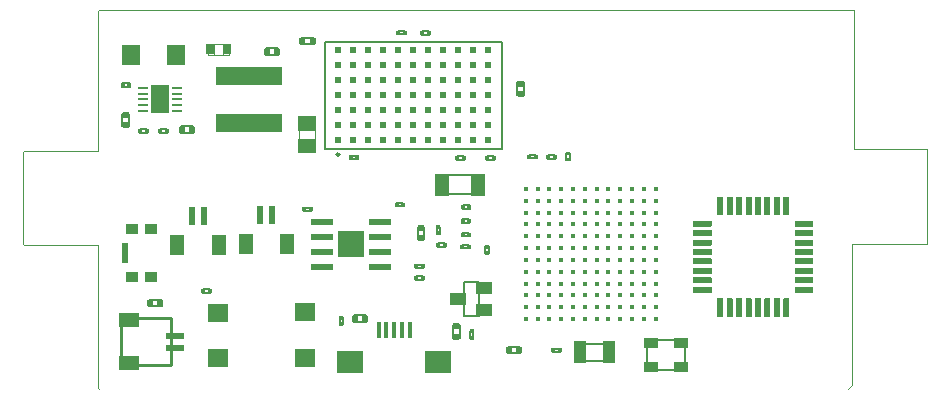
<source format=gtp>
G04 Layer_Color=8421504*
%FSLAX24Y24*%
%MOIN*%
G70*
G01*
G75*
%ADD10R,0.0213X0.0236*%
%ADD11R,0.0236X0.0213*%
%ADD12R,0.0900X0.0900*%
%ADD13R,0.0750X0.0220*%
%ADD14R,0.0217X0.0591*%
%ADD15R,0.0591X0.0217*%
%ADD16R,0.0134X0.0142*%
%ADD17R,0.0157X0.0551*%
%ADD18R,0.0906X0.0748*%
%ADD19R,0.0591X0.0512*%
%ADD20R,0.0142X0.0134*%
%ADD21R,0.0612X0.0657*%
%ADD22R,0.2205X0.0610*%
%ADD23C,0.0240*%
%ADD24R,0.0709X0.0472*%
%ADD25R,0.0610X0.0236*%
%ADD26R,0.0260X0.0370*%
%ADD27R,0.0236X0.0610*%
%ADD28R,0.0472X0.0709*%
%ADD29R,0.0657X0.0612*%
%ADD30R,0.0138X0.0079*%
%ADD31R,0.0433X0.0748*%
%ADD32R,0.0646X0.0937*%
%ADD33R,0.0331X0.0106*%
%ADD34R,0.0453X0.0717*%
%ADD35R,0.0394X0.0354*%
%ADD36R,0.0217X0.0669*%
%ADD37R,0.0551X0.0394*%
%ADD38R,0.0450X0.0350*%
%ADD39C,0.0177*%
%ADD40C,0.0060*%
%ADD41C,0.0100*%
%ADD45C,0.0080*%
%ADD46C,0.0094*%
%ADD47C,0.0050*%
%ADD48C,0.0040*%
%ADD49C,0.0010*%
%ADD50C,0.0000*%
G36*
X-14912Y11870D02*
X-14951D01*
Y11949D01*
X-14912D01*
Y11870D01*
D02*
G37*
G36*
X-15109Y11870D02*
X-15149D01*
Y11949D01*
X-15109D01*
Y11870D01*
D02*
G37*
G36*
X-14121Y11861D02*
X-14161D01*
Y11940D01*
X-14121D01*
Y11861D01*
D02*
G37*
G36*
X-14319D02*
X-14358D01*
Y11940D01*
X-14319D01*
Y11861D01*
D02*
G37*
G36*
X-24102Y10121D02*
X-24141D01*
Y10200D01*
X-24102D01*
Y10121D01*
D02*
G37*
G36*
X-24299D02*
X-24338D01*
Y10200D01*
X-24299D01*
Y10121D01*
D02*
G37*
G36*
X-22883Y9345D02*
X-23320D01*
Y9979D01*
X-22883D01*
Y9345D01*
D02*
G37*
G36*
X-17904Y8645D02*
X-18475D01*
Y8940D01*
X-17904D01*
Y8645D01*
D02*
G37*
G36*
X-22851Y8601D02*
X-22891D01*
Y8680D01*
X-22851D01*
Y8601D01*
D02*
G37*
G36*
X-23049D02*
X-23088D01*
Y8680D01*
X-23049D01*
Y8601D01*
D02*
G37*
G36*
X-23522D02*
X-23561D01*
Y8680D01*
X-23522D01*
Y8601D01*
D02*
G37*
G36*
X-23719D02*
X-23758D01*
Y8680D01*
X-23719D01*
Y8601D01*
D02*
G37*
G36*
X-17904Y8075D02*
X-18476D01*
Y8370D01*
X-17904D01*
Y8075D01*
D02*
G37*
G36*
X-10549Y7741D02*
X-10588D01*
Y7820D01*
X-10549D01*
Y7741D01*
D02*
G37*
G36*
X-10746D02*
X-10785D01*
Y7820D01*
X-10746D01*
Y7741D01*
D02*
G37*
G36*
X-9909Y7731D02*
X-9948D01*
Y7810D01*
X-9909D01*
Y7731D01*
D02*
G37*
G36*
X-10106D02*
X-10145D01*
Y7810D01*
X-10106D01*
Y7731D01*
D02*
G37*
G36*
X-16502Y7710D02*
X-16541D01*
Y7789D01*
X-16502D01*
Y7710D01*
D02*
G37*
G36*
X-16698Y7710D02*
X-16738D01*
Y7789D01*
X-16698D01*
Y7710D01*
D02*
G37*
G36*
X-11949Y7700D02*
X-11988D01*
Y7779D01*
X-11949D01*
Y7700D01*
D02*
G37*
G36*
X-12952D02*
X-12991D01*
Y7779D01*
X-12952D01*
Y7700D01*
D02*
G37*
G36*
X-12146Y7700D02*
X-12186D01*
Y7779D01*
X-12146D01*
Y7700D01*
D02*
G37*
G36*
X-13149D02*
X-13189D01*
Y7779D01*
X-13149D01*
Y7700D01*
D02*
G37*
G36*
X-14972Y6141D02*
X-15012D01*
Y6220D01*
X-14972D01*
Y6141D01*
D02*
G37*
G36*
X-15169D02*
X-15208D01*
Y6220D01*
X-15169D01*
Y6141D01*
D02*
G37*
G36*
X-12761Y6061D02*
X-12801D01*
Y6140D01*
X-12761D01*
Y6061D01*
D02*
G37*
G36*
X-12959D02*
X-12998D01*
Y6140D01*
X-12959D01*
Y6061D01*
D02*
G37*
G36*
X-18052Y5980D02*
X-18091D01*
Y6059D01*
X-18052D01*
Y5980D01*
D02*
G37*
G36*
X-18249Y5980D02*
X-18289D01*
Y6059D01*
X-18249D01*
Y5980D01*
D02*
G37*
G36*
X-2118Y5820D02*
X-2297D01*
Y6211D01*
X-2118D01*
Y5820D01*
D02*
G37*
G36*
X-2433D02*
X-2611D01*
Y6216D01*
X-2433D01*
Y5820D01*
D02*
G37*
G36*
X-2748D02*
X-2927D01*
Y6215D01*
X-2748D01*
Y5820D01*
D02*
G37*
G36*
X-3063D02*
X-3242D01*
Y6213D01*
X-3063D01*
Y5820D01*
D02*
G37*
G36*
X-3377D02*
X-3558D01*
Y6214D01*
X-3377D01*
Y5820D01*
D02*
G37*
G36*
X-3692D02*
X-3874D01*
Y6215D01*
X-3692D01*
Y5820D01*
D02*
G37*
G36*
X-4007D02*
X-4189D01*
Y6213D01*
X-4007D01*
Y5820D01*
D02*
G37*
G36*
X-4322D02*
X-4506D01*
Y6215D01*
X-4322D01*
Y5820D01*
D02*
G37*
G36*
X-12772Y5601D02*
X-12811D01*
Y5680D01*
X-12772D01*
Y5601D01*
D02*
G37*
G36*
X-12969D02*
X-13008D01*
Y5680D01*
X-12969D01*
Y5601D01*
D02*
G37*
G36*
X-1540Y5452D02*
X-1927D01*
Y5635D01*
X-1540D01*
Y5452D01*
D02*
G37*
G36*
X-4690D02*
X-5086D01*
Y5636D01*
X-4690D01*
Y5452D01*
D02*
G37*
G36*
X-13771Y5409D02*
X-13850D01*
Y5449D01*
X-13771D01*
Y5409D01*
D02*
G37*
G36*
Y5212D02*
X-13850D01*
Y5251D01*
X-13771D01*
Y5212D01*
D02*
G37*
G36*
X-12771Y5141D02*
X-12811D01*
Y5220D01*
X-12771D01*
Y5141D01*
D02*
G37*
G36*
X-12969D02*
X-13008D01*
Y5220D01*
X-12969D01*
Y5141D01*
D02*
G37*
G36*
X-1540Y5137D02*
X-1927D01*
Y5319D01*
X-1540D01*
Y5137D01*
D02*
G37*
G36*
X-4690D02*
X-5083D01*
Y5318D01*
X-4690D01*
Y5137D01*
D02*
G37*
G36*
X-1540Y4822D02*
X-1929D01*
Y5003D01*
X-1540D01*
Y4822D01*
D02*
G37*
G36*
X-4690D02*
X-5085D01*
Y5004D01*
X-4690D01*
Y4822D01*
D02*
G37*
G36*
X-13582Y4790D02*
X-13621D01*
Y4869D01*
X-13582D01*
Y4790D01*
D02*
G37*
G36*
X-13779Y4790D02*
X-13819D01*
Y4869D01*
X-13779D01*
Y4790D01*
D02*
G37*
G36*
X-12141Y4749D02*
X-12220D01*
Y4789D01*
X-12141D01*
Y4749D01*
D02*
G37*
G36*
X-12791Y4741D02*
X-12831D01*
Y4820D01*
X-12791D01*
Y4741D01*
D02*
G37*
G36*
X-12989D02*
X-13028D01*
Y4820D01*
X-12989D01*
Y4741D01*
D02*
G37*
G36*
X-12141Y4552D02*
X-12220D01*
Y4591D01*
X-12141D01*
Y4552D01*
D02*
G37*
G36*
X-1540Y4507D02*
X-1925D01*
Y4688D01*
X-1540D01*
Y4507D01*
D02*
G37*
G36*
X-4690D02*
X-5084D01*
Y4688D01*
X-4690D01*
Y4507D01*
D02*
G37*
G36*
X-1540Y4193D02*
X-1929D01*
Y4372D01*
X-1540D01*
Y4193D01*
D02*
G37*
G36*
X-4690D02*
X-5084D01*
Y4372D01*
X-4690D01*
Y4193D01*
D02*
G37*
G36*
X-14311Y4081D02*
X-14351D01*
Y4160D01*
X-14311D01*
Y4081D01*
D02*
G37*
G36*
X-14509D02*
X-14548D01*
Y4160D01*
X-14509D01*
Y4081D01*
D02*
G37*
G36*
X-1540Y3878D02*
X-1926D01*
Y4057D01*
X-1540D01*
Y3878D01*
D02*
G37*
G36*
X-4690D02*
X-5084D01*
Y4057D01*
X-4690D01*
Y3878D01*
D02*
G37*
G36*
X-14321Y3701D02*
X-14361D01*
Y3780D01*
X-14321D01*
Y3701D01*
D02*
G37*
G36*
X-14519D02*
X-14558D01*
Y3780D01*
X-14519D01*
Y3701D01*
D02*
G37*
G36*
X-1540Y3563D02*
X-1927D01*
Y3741D01*
X-1540D01*
Y3563D01*
D02*
G37*
G36*
X-4690D02*
X-5085D01*
Y3741D01*
X-4690D01*
Y3563D01*
D02*
G37*
G36*
X-12192Y3315D02*
X-12423D01*
Y3494D01*
X-12192D01*
Y3315D01*
D02*
G37*
G36*
X-21412Y3261D02*
X-21451D01*
Y3340D01*
X-21412D01*
Y3261D01*
D02*
G37*
G36*
X-21609D02*
X-21648D01*
Y3340D01*
X-21609D01*
Y3261D01*
D02*
G37*
G36*
X-1540Y3248D02*
X-1926D01*
Y3425D01*
X-1540D01*
Y3248D01*
D02*
G37*
G36*
X-4690D02*
X-5086D01*
Y3424D01*
X-4690D01*
Y3248D01*
D02*
G37*
G36*
X-12983Y2944D02*
X-12984D01*
Y2944D01*
X-12984D01*
Y2944D01*
X-12984D01*
Y2944D01*
X-12984D01*
Y2944D01*
X-12984D01*
Y2944D01*
X-13213D01*
Y2944D01*
Y2944D01*
Y2944D01*
Y3124D01*
X-12983D01*
Y2944D01*
D02*
G37*
G36*
X-2118Y2670D02*
X-2295D01*
Y3056D01*
X-2118D01*
Y2670D01*
D02*
G37*
G36*
X-2433D02*
X-2611D01*
Y3057D01*
X-2433D01*
Y2670D01*
D02*
G37*
G36*
X-2748D02*
X-2927D01*
Y3056D01*
X-2748D01*
Y2670D01*
D02*
G37*
G36*
X-3063D02*
X-3242D01*
Y3057D01*
X-3063D01*
Y2670D01*
D02*
G37*
G36*
X-3377D02*
X-3558D01*
Y3056D01*
X-3377D01*
Y2670D01*
D02*
G37*
G36*
X-3692D02*
X-3874D01*
Y3056D01*
X-3692D01*
Y2670D01*
D02*
G37*
G36*
X-4007D02*
X-4190D01*
Y3056D01*
X-4007D01*
Y2670D01*
D02*
G37*
G36*
X-4322D02*
X-4503D01*
Y3059D01*
X-4322D01*
Y2670D01*
D02*
G37*
G36*
X-12192Y2573D02*
X-12423D01*
Y2754D01*
X-12192D01*
Y2573D01*
D02*
G37*
G36*
X-17001Y2379D02*
X-17080D01*
Y2419D01*
X-17001D01*
Y2379D01*
D02*
G37*
G36*
Y2182D02*
X-17080D01*
Y2221D01*
X-17001D01*
Y2182D01*
D02*
G37*
G36*
X-12661Y1919D02*
X-12740D01*
Y1958D01*
X-12661D01*
Y1919D01*
D02*
G37*
G36*
Y1722D02*
X-12740D01*
Y1761D01*
X-12661D01*
Y1722D01*
D02*
G37*
G36*
X-9742Y1280D02*
X-9781D01*
Y1359D01*
X-9742D01*
Y1280D01*
D02*
G37*
G36*
X-9939Y1280D02*
X-9979D01*
Y1359D01*
X-9939D01*
Y1280D01*
D02*
G37*
D10*
X-18339Y11630D02*
D03*
X-18001D02*
D03*
X-16590Y2380D02*
D03*
X-16251D02*
D03*
X-19180Y11280D02*
D03*
X-19519D02*
D03*
X-22359Y8680D02*
D03*
X-22021D02*
D03*
X-23070Y2900D02*
D03*
X-23409D02*
D03*
X-11120Y1330D02*
D03*
X-11459D02*
D03*
D11*
X-11060Y9871D02*
D03*
Y10209D02*
D03*
X-14380Y5399D02*
D03*
Y5060D02*
D03*
X-24230Y8831D02*
D03*
Y9169D02*
D03*
X-13210Y1781D02*
D03*
Y2119D02*
D03*
D12*
X-16720Y4860D02*
D03*
D13*
X-17700Y4110D02*
D03*
Y4610D02*
D03*
Y5110D02*
D03*
Y5610D02*
D03*
X-15740D02*
D03*
Y5110D02*
D03*
Y4610D02*
D03*
Y4110D02*
D03*
D14*
X-2208Y6133D02*
D03*
X-2523D02*
D03*
X-2838D02*
D03*
X-3153D02*
D03*
X-3467D02*
D03*
X-3782D02*
D03*
X-4097D02*
D03*
X-4412D02*
D03*
Y2747D02*
D03*
X-4097D02*
D03*
X-3782D02*
D03*
X-3467D02*
D03*
X-3153D02*
D03*
X-2838D02*
D03*
X-2523D02*
D03*
X-2208D02*
D03*
D15*
X-5003Y5542D02*
D03*
Y5227D02*
D03*
Y4912D02*
D03*
Y4597D02*
D03*
Y4283D02*
D03*
Y3968D02*
D03*
Y3653D02*
D03*
Y3338D02*
D03*
X-1617D02*
D03*
Y3653D02*
D03*
Y3968D02*
D03*
Y4283D02*
D03*
Y4597D02*
D03*
Y4912D02*
D03*
Y5227D02*
D03*
Y5542D02*
D03*
D16*
X-13000Y5640D02*
D03*
X-12780D02*
D03*
X-13020Y4780D02*
D03*
X-12800D02*
D03*
X-12780Y5180D02*
D03*
X-13000D02*
D03*
X-24330Y10160D02*
D03*
X-24110D02*
D03*
X-22860Y8640D02*
D03*
X-23080D02*
D03*
X-23530D02*
D03*
X-23750D02*
D03*
X-15140Y11910D02*
D03*
X-14920D02*
D03*
X-16510Y7750D02*
D03*
X-16730D02*
D03*
X-12960Y7740D02*
D03*
X-13180D02*
D03*
X-14130Y11900D02*
D03*
X-14350D02*
D03*
X-12177Y7740D02*
D03*
X-11957D02*
D03*
X-12990Y6100D02*
D03*
X-12770D02*
D03*
X-13590Y4830D02*
D03*
X-13810D02*
D03*
X-21640Y3300D02*
D03*
X-21420D02*
D03*
X-14550Y3740D02*
D03*
X-14540Y4120D02*
D03*
X-9750Y1320D02*
D03*
X-9970D02*
D03*
X-10137Y7770D02*
D03*
X-9917D02*
D03*
X-18060Y6020D02*
D03*
X-18280D02*
D03*
X-15200Y6180D02*
D03*
X-14980D02*
D03*
X-10557Y7780D02*
D03*
X-10777D02*
D03*
X-14320Y4120D02*
D03*
X-14330Y3740D02*
D03*
D17*
X-15792Y2003D02*
D03*
X-15536D02*
D03*
X-15280D02*
D03*
X-15024D02*
D03*
X-14768D02*
D03*
D18*
X-16756Y920D02*
D03*
X-13804D02*
D03*
D19*
X-18190Y8136D02*
D03*
Y8884D02*
D03*
D20*
X-12700Y1730D02*
D03*
Y1950D02*
D03*
X-17040Y2410D02*
D03*
Y2190D02*
D03*
X-13810Y5440D02*
D03*
Y5220D02*
D03*
X-12180Y4560D02*
D03*
Y4780D02*
D03*
D21*
X-24050Y11180D02*
D03*
X-22542D02*
D03*
D22*
X-20110Y8895D02*
D03*
Y10470D02*
D03*
D23*
X-17140Y8320D02*
D03*
Y8820D02*
D03*
Y9320D02*
D03*
Y9820D02*
D03*
Y10320D02*
D03*
Y10820D02*
D03*
Y11320D02*
D03*
X-16640Y8320D02*
D03*
X-16140D02*
D03*
X-15640D02*
D03*
X-15140D02*
D03*
X-14640D02*
D03*
X-14140D02*
D03*
X-13640D02*
D03*
X-13140D02*
D03*
X-12640D02*
D03*
X-12140D02*
D03*
X-16640Y8820D02*
D03*
Y9320D02*
D03*
Y9820D02*
D03*
Y10320D02*
D03*
Y10820D02*
D03*
Y11320D02*
D03*
X-16140Y8820D02*
D03*
Y9320D02*
D03*
Y9820D02*
D03*
Y10320D02*
D03*
Y10820D02*
D03*
Y11320D02*
D03*
X-15640Y8820D02*
D03*
Y9320D02*
D03*
Y9820D02*
D03*
Y10320D02*
D03*
Y10820D02*
D03*
Y11320D02*
D03*
X-15140Y8820D02*
D03*
Y9320D02*
D03*
Y9820D02*
D03*
Y10320D02*
D03*
Y10820D02*
D03*
Y11320D02*
D03*
X-14640Y8820D02*
D03*
Y9320D02*
D03*
Y9820D02*
D03*
Y10320D02*
D03*
Y10820D02*
D03*
Y11320D02*
D03*
X-14140Y8820D02*
D03*
Y9320D02*
D03*
Y9820D02*
D03*
Y10320D02*
D03*
Y10820D02*
D03*
Y11320D02*
D03*
X-13640Y8820D02*
D03*
Y9320D02*
D03*
Y9820D02*
D03*
Y10320D02*
D03*
Y10820D02*
D03*
Y11320D02*
D03*
X-13140Y8820D02*
D03*
Y9320D02*
D03*
Y9820D02*
D03*
Y10320D02*
D03*
Y10820D02*
D03*
Y11320D02*
D03*
X-12640Y8820D02*
D03*
Y9320D02*
D03*
Y9820D02*
D03*
Y10320D02*
D03*
Y10820D02*
D03*
Y11320D02*
D03*
X-12140Y8820D02*
D03*
Y9320D02*
D03*
Y9820D02*
D03*
Y10320D02*
D03*
Y10820D02*
D03*
Y11320D02*
D03*
D24*
X-24118Y901D02*
D03*
Y2319D02*
D03*
D25*
X-22592Y1413D02*
D03*
Y1807D02*
D03*
D26*
X-21420Y11350D02*
D03*
X-20860D02*
D03*
D27*
X-19363Y5828D02*
D03*
X-19756Y5828D02*
D03*
X-21633Y5798D02*
D03*
X-22026Y5798D02*
D03*
D28*
X-18860Y4870D02*
D03*
X-20234D02*
D03*
X-21130Y4840D02*
D03*
X-22504D02*
D03*
D29*
X-21160Y2580D02*
D03*
Y1072D02*
D03*
X-18240Y2584D02*
D03*
Y1076D02*
D03*
D30*
X-9490Y7703D02*
D03*
Y7860D02*
D03*
D31*
X-8110Y1250D02*
D03*
X-9094D02*
D03*
D32*
X-23087Y9683D02*
D03*
D33*
X-22520Y10077D02*
D03*
Y9880D02*
D03*
Y9683D02*
D03*
Y9486D02*
D03*
Y9289D02*
D03*
X-23654D02*
D03*
Y9486D02*
D03*
Y9683D02*
D03*
Y9880D02*
D03*
Y10077D02*
D03*
D34*
X-13670Y6840D02*
D03*
X-12501D02*
D03*
D35*
X-24005Y3753D02*
D03*
X-23375D02*
D03*
Y5367D02*
D03*
X-24005D02*
D03*
D36*
X-24251Y4560D02*
D03*
D37*
X-12270Y2660D02*
D03*
Y3408D02*
D03*
X-13136Y3034D02*
D03*
D38*
X-5710Y760D02*
D03*
X-6710D02*
D03*
X-5710Y1560D02*
D03*
X-6710D02*
D03*
D39*
X-10895Y6697D02*
D03*
X-10501D02*
D03*
X-10107D02*
D03*
X-9714D02*
D03*
X-9320D02*
D03*
X-8926D02*
D03*
X-8533D02*
D03*
X-8139D02*
D03*
X-7745D02*
D03*
X-7351D02*
D03*
X-6958D02*
D03*
X-6564D02*
D03*
X-10895Y6304D02*
D03*
X-10501D02*
D03*
X-10107D02*
D03*
X-9714D02*
D03*
X-9320D02*
D03*
X-8926D02*
D03*
X-8533D02*
D03*
X-8139D02*
D03*
X-7745D02*
D03*
X-7351D02*
D03*
X-6958D02*
D03*
X-6564D02*
D03*
X-10895Y5910D02*
D03*
X-10501D02*
D03*
X-10107D02*
D03*
X-9714D02*
D03*
X-9320D02*
D03*
X-8926D02*
D03*
X-8533D02*
D03*
X-8139D02*
D03*
X-7745D02*
D03*
X-7351D02*
D03*
X-6958D02*
D03*
X-6564D02*
D03*
X-10895Y5516D02*
D03*
X-10501D02*
D03*
X-10107D02*
D03*
X-9714D02*
D03*
X-9320D02*
D03*
X-8926D02*
D03*
X-8533D02*
D03*
X-8139D02*
D03*
X-7745D02*
D03*
X-7351D02*
D03*
X-6958D02*
D03*
X-6564D02*
D03*
X-10895Y5123D02*
D03*
Y4729D02*
D03*
Y4335D02*
D03*
Y3941D02*
D03*
Y3548D02*
D03*
Y3154D02*
D03*
Y2760D02*
D03*
Y2367D02*
D03*
X-10501Y5123D02*
D03*
Y4729D02*
D03*
Y4335D02*
D03*
Y3941D02*
D03*
Y3548D02*
D03*
Y3154D02*
D03*
Y2760D02*
D03*
Y2367D02*
D03*
X-10107Y5123D02*
D03*
Y4729D02*
D03*
Y4335D02*
D03*
Y3941D02*
D03*
Y3548D02*
D03*
Y3154D02*
D03*
Y2760D02*
D03*
Y2367D02*
D03*
X-9714Y5123D02*
D03*
Y4729D02*
D03*
Y4335D02*
D03*
Y3941D02*
D03*
Y3548D02*
D03*
Y3154D02*
D03*
Y2760D02*
D03*
Y2367D02*
D03*
X-9320Y5123D02*
D03*
Y4729D02*
D03*
Y4335D02*
D03*
Y3941D02*
D03*
Y3548D02*
D03*
Y3154D02*
D03*
Y2760D02*
D03*
Y2367D02*
D03*
X-8926Y5123D02*
D03*
Y4729D02*
D03*
Y4335D02*
D03*
Y3941D02*
D03*
Y3548D02*
D03*
Y3154D02*
D03*
Y2760D02*
D03*
Y2367D02*
D03*
X-8533Y5123D02*
D03*
Y4729D02*
D03*
Y4335D02*
D03*
Y3941D02*
D03*
Y3548D02*
D03*
Y3154D02*
D03*
Y2760D02*
D03*
Y2367D02*
D03*
X-8139Y5123D02*
D03*
Y4729D02*
D03*
Y4335D02*
D03*
Y3941D02*
D03*
Y3548D02*
D03*
Y3154D02*
D03*
Y2760D02*
D03*
Y2367D02*
D03*
X-7745Y5123D02*
D03*
Y4729D02*
D03*
Y4335D02*
D03*
Y3941D02*
D03*
Y3548D02*
D03*
Y3154D02*
D03*
Y2760D02*
D03*
Y2367D02*
D03*
X-7351Y5123D02*
D03*
Y4729D02*
D03*
Y4335D02*
D03*
Y3941D02*
D03*
Y3548D02*
D03*
Y3154D02*
D03*
Y2760D02*
D03*
Y2367D02*
D03*
X-6958Y5123D02*
D03*
Y4729D02*
D03*
Y4335D02*
D03*
Y3941D02*
D03*
Y3548D02*
D03*
Y3154D02*
D03*
Y2760D02*
D03*
Y2367D02*
D03*
X-6564Y5123D02*
D03*
Y4729D02*
D03*
Y4335D02*
D03*
Y3941D02*
D03*
Y3548D02*
D03*
Y3154D02*
D03*
Y2760D02*
D03*
Y2367D02*
D03*
D40*
X-12963Y2474D02*
Y3594D01*
Y2474D02*
X-12443D01*
Y3594D01*
X-12963D02*
X-12443D01*
D41*
X-24394Y2397D02*
X-22720D01*
X-24394Y823D02*
Y2397D01*
Y823D02*
X-22720D01*
Y2397D01*
D45*
X-9558Y7909D02*
X-9420D01*
X-9558Y7653D02*
Y7909D01*
Y7653D02*
X-9420D01*
Y7909D01*
D46*
X-17112Y7851D02*
G03*
X-17112Y7851I-47J0D01*
G01*
D47*
X-18379Y11520D02*
Y11740D01*
X-17961D01*
Y11520D02*
Y11740D01*
X-18379Y11520D02*
X-17961D01*
X-11170Y9831D02*
X-10950D01*
X-11170D02*
Y10249D01*
X-10950D01*
Y9831D02*
Y10249D01*
X-12772Y5581D02*
Y5699D01*
X-13008D02*
X-12772D01*
X-13008Y5581D02*
Y5699D01*
Y5581D02*
X-12772D01*
X-12759Y1958D02*
X-12641D01*
X-12759Y1722D02*
Y1958D01*
Y1722D02*
X-12641D01*
Y1958D01*
X-14490Y5438D02*
X-14270D01*
Y5021D02*
Y5438D01*
X-14490Y5021D02*
X-14270D01*
X-14490D02*
Y5438D01*
X-12792Y4721D02*
Y4839D01*
X-13028D02*
X-12792D01*
X-13028Y4721D02*
Y4839D01*
Y4721D02*
X-12792D01*
X-13008Y5121D02*
X-12772D01*
X-13008D02*
Y5239D01*
X-12772D01*
Y5121D02*
Y5239D01*
X-16981Y2182D02*
Y2418D01*
X-17099Y2182D02*
X-16981D01*
X-17099D02*
Y2418D01*
X-16981D01*
X-16629Y2490D02*
X-16212D01*
X-16629Y2270D02*
Y2490D01*
Y2270D02*
X-16212D01*
Y2490D01*
X-24102Y10101D02*
Y10219D01*
X-24338D02*
X-24102D01*
X-24338Y10101D02*
Y10219D01*
Y10101D02*
X-24102D01*
X-24340Y8791D02*
X-24120D01*
X-24340D02*
Y9209D01*
X-24120D01*
Y8791D02*
Y9209D01*
X-23088Y8581D02*
X-22852D01*
X-23088D02*
Y8699D01*
X-22852D01*
Y8581D02*
Y8699D01*
X-23758Y8581D02*
X-23522D01*
X-23758D02*
Y8699D01*
X-23522D01*
Y8581D02*
Y8699D01*
X-19558Y11170D02*
X-19141D01*
Y11390D01*
X-19558D02*
X-19141D01*
X-19558Y11170D02*
Y11390D01*
X-22399Y8790D02*
X-21981D01*
X-22399Y8570D02*
Y8790D01*
Y8570D02*
X-21981D01*
Y8790D01*
X-15148Y11969D02*
X-14912D01*
Y11851D02*
Y11969D01*
X-15148Y11851D02*
X-14912D01*
X-15148D02*
Y11969D01*
X-16738Y7691D02*
Y7809D01*
Y7691D02*
X-16502D01*
Y7809D01*
X-16738D02*
X-16502D01*
X-13188Y7681D02*
Y7799D01*
Y7681D02*
X-12952D01*
Y7799D01*
X-13188D02*
X-12952D01*
X-23448Y2790D02*
X-23031D01*
Y3010D01*
X-23448D02*
X-23031D01*
X-23448Y2790D02*
Y3010D01*
X-17593Y8048D02*
Y11592D01*
X-11687D01*
Y8048D02*
Y11592D01*
X-17593Y8048D02*
X-11687D01*
X-14358Y11841D02*
X-14122D01*
X-14358D02*
Y11959D01*
X-14122D01*
Y11841D02*
Y11959D01*
X-11498Y1220D02*
X-11081D01*
Y1440D01*
X-11498D02*
X-11081D01*
X-11498Y1220D02*
Y1440D01*
X-12185Y7799D02*
X-11949D01*
Y7681D02*
Y7799D01*
X-12185Y7681D02*
X-11949D01*
X-12185D02*
Y7799D01*
X-13751Y5212D02*
Y5448D01*
X-13869Y5212D02*
X-13751D01*
X-13869D02*
Y5448D01*
X-13751D01*
X-13320Y1741D02*
X-13100D01*
X-13320D02*
Y2159D01*
X-13100D01*
Y1741D02*
Y2159D01*
X-12762Y6041D02*
Y6159D01*
X-12998D02*
X-12762D01*
X-12998Y6041D02*
Y6159D01*
Y6041D02*
X-12762D01*
X-13818Y4771D02*
Y4889D01*
Y4771D02*
X-13582D01*
Y4889D01*
X-13818D02*
X-13582D01*
X-21412Y3241D02*
Y3359D01*
X-21648D02*
X-21412D01*
X-21648Y3241D02*
Y3359D01*
Y3241D02*
X-21412D01*
X-14558Y3681D02*
X-14322D01*
X-14558D02*
Y3799D01*
X-14322D01*
Y3681D02*
Y3799D01*
X-14548Y4061D02*
X-14312D01*
X-14548D02*
Y4179D01*
X-14312D01*
Y4061D02*
Y4179D01*
X-9978Y1261D02*
Y1379D01*
Y1261D02*
X-9742D01*
Y1379D01*
X-9978D02*
X-9742D01*
X-9909Y7711D02*
Y7829D01*
X-10145D02*
X-9909D01*
X-10145Y7711D02*
Y7829D01*
Y7711D02*
X-9909D01*
X-9232Y1545D02*
X-7972D01*
Y955D02*
Y1545D01*
X-9232Y955D02*
X-7972D01*
X-9232D02*
Y1545D01*
X-18288Y5961D02*
Y6079D01*
Y5961D02*
X-18052D01*
Y6079D01*
X-18288D02*
X-18052D01*
X-14972Y6121D02*
Y6239D01*
X-15208D02*
X-14972D01*
X-15208Y6121D02*
Y6239D01*
Y6121D02*
X-14972D01*
X-13715Y6525D02*
Y7155D01*
Y6525D02*
X-12455D01*
Y7155D01*
X-13715D02*
X-12455D01*
X-10785Y7721D02*
X-10549D01*
X-10785D02*
Y7839D01*
X-10549D01*
Y7721D02*
Y7839D01*
X-6840Y668D02*
X-5580D01*
X-6840D02*
Y1652D01*
X-5580D01*
Y668D02*
Y1652D01*
X-12239Y4788D02*
X-12121D01*
X-12239Y4552D02*
Y4788D01*
Y4552D02*
X-12121D01*
Y4788D01*
D48*
X-18450Y8360D02*
Y8650D01*
X-17930Y8360D02*
Y8660D01*
D49*
X-27610Y4820D02*
X-25160D01*
Y70D02*
Y4820D01*
X-10Y4870D02*
X2490D01*
Y8020D01*
X40D02*
X2490D01*
X40D02*
Y12670D01*
X-27660Y4870D02*
X-27610Y4820D01*
X-27660Y4870D02*
Y7930D01*
X-27620Y7970D01*
X-25190D01*
X-25160D01*
Y12620D01*
X-25110Y12670D02*
X40D01*
X-10Y170D02*
Y4870D01*
X-160Y20D02*
X-10Y170D01*
X-25160Y70D02*
X-25110Y20D01*
X-25160Y12620D02*
X-25110Y12670D01*
D50*
X-21290Y11160D02*
Y11540D01*
X-21480D02*
X-21290D01*
X-21480Y11160D02*
X-21290D01*
X-20990D02*
Y11540D01*
Y11160D02*
X-20800D01*
X-20990Y11540D02*
X-20800D01*
X-21290Y11160D02*
X-20990D01*
X-20800D02*
Y11540D01*
X-21290D02*
X-20990D01*
X-21480Y11160D02*
Y11540D01*
M02*

</source>
